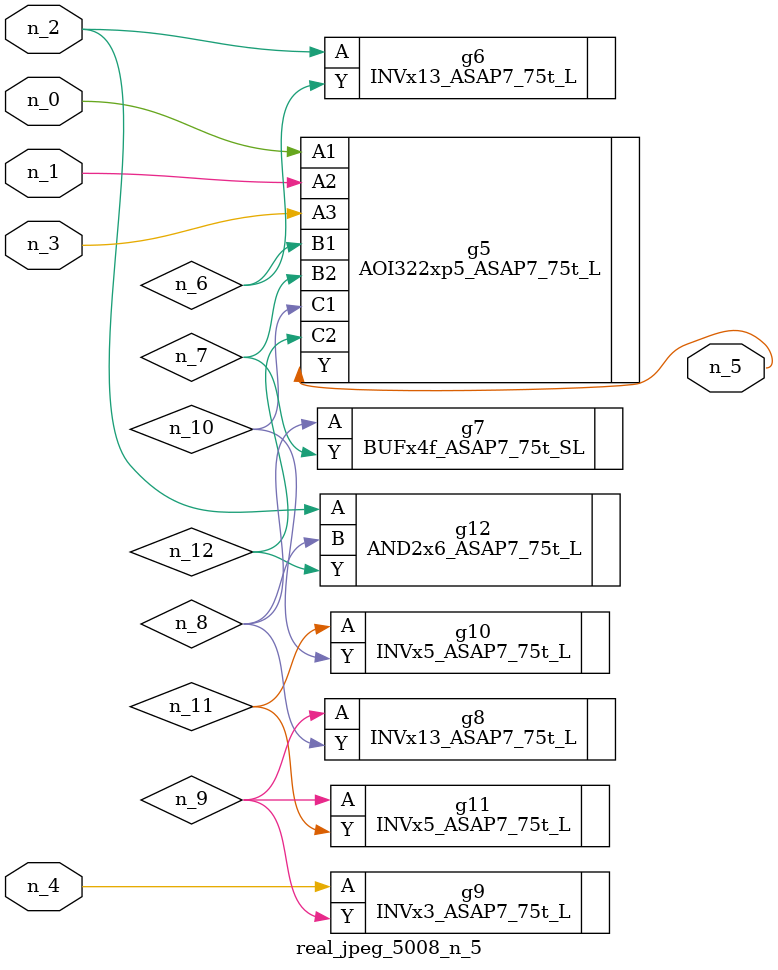
<source format=v>
module real_jpeg_5008_n_5 (n_4, n_0, n_1, n_2, n_3, n_5);

input n_4;
input n_0;
input n_1;
input n_2;
input n_3;

output n_5;

wire n_12;
wire n_8;
wire n_11;
wire n_6;
wire n_7;
wire n_10;
wire n_9;

AOI322xp5_ASAP7_75t_L g5 ( 
.A1(n_0),
.A2(n_1),
.A3(n_3),
.B1(n_6),
.B2(n_7),
.C1(n_10),
.C2(n_12),
.Y(n_5)
);

INVx13_ASAP7_75t_L g6 ( 
.A(n_2),
.Y(n_6)
);

AND2x6_ASAP7_75t_L g12 ( 
.A(n_2),
.B(n_8),
.Y(n_12)
);

INVx3_ASAP7_75t_L g9 ( 
.A(n_4),
.Y(n_9)
);

BUFx4f_ASAP7_75t_SL g7 ( 
.A(n_8),
.Y(n_7)
);

INVx13_ASAP7_75t_L g8 ( 
.A(n_9),
.Y(n_8)
);

INVx5_ASAP7_75t_L g11 ( 
.A(n_9),
.Y(n_11)
);

INVx5_ASAP7_75t_L g10 ( 
.A(n_11),
.Y(n_10)
);


endmodule
</source>
